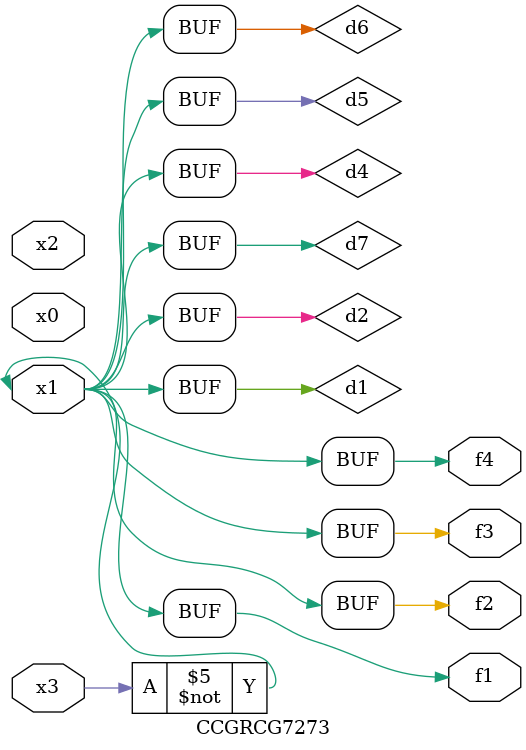
<source format=v>
module CCGRCG7273(
	input x0, x1, x2, x3,
	output f1, f2, f3, f4
);

	wire d1, d2, d3, d4, d5, d6, d7;

	not (d1, x3);
	buf (d2, x1);
	xnor (d3, d1, d2);
	nor (d4, d1);
	buf (d5, d1, d2);
	buf (d6, d4, d5);
	nand (d7, d4);
	assign f1 = d6;
	assign f2 = d7;
	assign f3 = d6;
	assign f4 = d6;
endmodule

</source>
